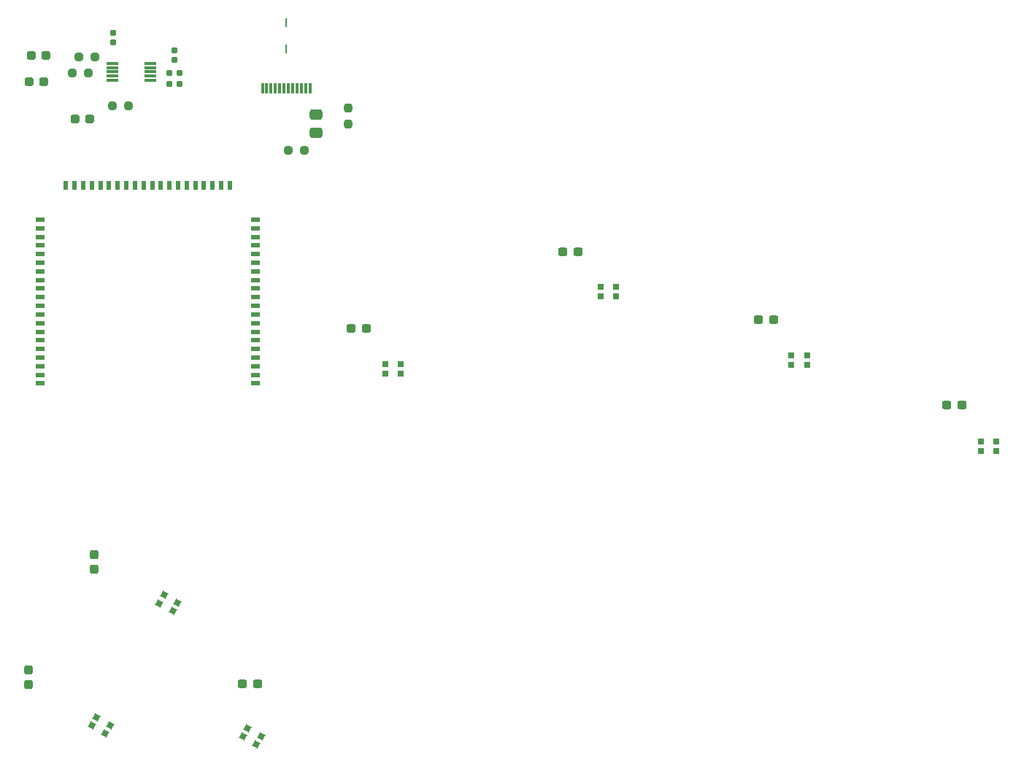
<source format=gbr>
%TF.GenerationSoftware,KiCad,Pcbnew,(5.99.0-9634-gb691c18bfc)*%
%TF.CreationDate,2021-03-09T21:57:38+01:00*%
%TF.ProjectId,keychordz,6b657963-686f-4726-947a-2e6b69636164,rev?*%
%TF.SameCoordinates,Original*%
%TF.FileFunction,Paste,Top*%
%TF.FilePolarity,Positive*%
%FSLAX46Y46*%
G04 Gerber Fmt 4.6, Leading zero omitted, Abs format (unit mm)*
G04 Created by KiCad (PCBNEW (5.99.0-9634-gb691c18bfc)) date 2021-03-09 21:57:38*
%MOMM*%
%LPD*%
G01*
G04 APERTURE LIST*
G04 Aperture macros list*
%AMRoundRect*
0 Rectangle with rounded corners*
0 $1 Rounding radius*
0 $2 $3 $4 $5 $6 $7 $8 $9 X,Y pos of 4 corners*
0 Add a 4 corners polygon primitive as box body*
4,1,4,$2,$3,$4,$5,$6,$7,$8,$9,$2,$3,0*
0 Add four circle primitives for the rounded corners*
1,1,$1+$1,$2,$3*
1,1,$1+$1,$4,$5*
1,1,$1+$1,$6,$7*
1,1,$1+$1,$8,$9*
0 Add four rect primitives between the rounded corners*
20,1,$1+$1,$2,$3,$4,$5,0*
20,1,$1+$1,$4,$5,$6,$7,0*
20,1,$1+$1,$6,$7,$8,$9,0*
20,1,$1+$1,$8,$9,$2,$3,0*%
%AMRotRect*
0 Rectangle, with rotation*
0 The origin of the aperture is its center*
0 $1 length*
0 $2 width*
0 $3 Rotation angle, in degrees counterclockwise*
0 Add horizontal line*
21,1,$1,$2,0,0,$3*%
G04 Aperture macros list end*
%ADD10R,0.300000X1.200000*%
%ADD11R,0.200000X1.000000*%
%ADD12RoundRect,0.237500X-0.250000X-0.237500X0.250000X-0.237500X0.250000X0.237500X-0.250000X0.237500X0*%
%ADD13R,0.700000X0.700000*%
%ADD14RoundRect,0.237500X0.287500X0.237500X-0.287500X0.237500X-0.287500X-0.237500X0.287500X-0.237500X0*%
%ADD15RotRect,0.700000X0.700000X330.000000*%
%ADD16R,1.000000X0.600000*%
%ADD17R,0.600000X1.000000*%
%ADD18RoundRect,0.237500X-0.237500X0.250000X-0.237500X-0.250000X0.237500X-0.250000X0.237500X0.250000X0*%
%ADD19RoundRect,0.160000X0.197500X0.160000X-0.197500X0.160000X-0.197500X-0.160000X0.197500X-0.160000X0*%
%ADD20RoundRect,0.237500X-0.300000X-0.237500X0.300000X-0.237500X0.300000X0.237500X-0.300000X0.237500X0*%
%ADD21RoundRect,0.250000X-0.475000X0.337500X-0.475000X-0.337500X0.475000X-0.337500X0.475000X0.337500X0*%
%ADD22RoundRect,0.160000X-0.197500X-0.160000X0.197500X-0.160000X0.197500X0.160000X-0.197500X0.160000X0*%
%ADD23R,1.400000X0.300000*%
%ADD24RoundRect,0.237500X0.237500X-0.300000X0.237500X0.300000X-0.237500X0.300000X-0.237500X-0.300000X0*%
%ADD25RoundRect,0.155000X0.155000X-0.212500X0.155000X0.212500X-0.155000X0.212500X-0.155000X-0.212500X0*%
%ADD26RoundRect,0.237500X-0.237500X0.300000X-0.237500X-0.300000X0.237500X-0.300000X0.237500X0.300000X0*%
G04 APERTURE END LIST*
D10*
%TO.C,J1*%
X49486000Y-23380000D03*
X48986000Y-23380000D03*
X48486000Y-23380000D03*
X47986000Y-23380000D03*
X47486000Y-23380000D03*
X46986000Y-23380000D03*
X46486000Y-23380000D03*
X45986000Y-23380000D03*
X45486000Y-23380000D03*
X44986000Y-23380000D03*
X44486000Y-23380000D03*
X43986000Y-23380000D03*
D11*
X46736000Y-18800000D03*
X46736000Y-15700000D03*
%TD*%
D12*
%TO.C,R3*%
X47001500Y-30530000D03*
X48826500Y-30530000D03*
%TD*%
D13*
%TO.C,D8*%
X83185000Y-47525000D03*
X85015000Y-47525000D03*
X85015000Y-46425000D03*
X83185000Y-46425000D03*
%TD*%
D14*
%TO.C,D1*%
X18647000Y-22566000D03*
X16897000Y-22566000D03*
%TD*%
%TO.C,D3*%
X23981000Y-26884000D03*
X22231000Y-26884000D03*
%TD*%
D15*
%TO.C,D4*%
X24186587Y-97300814D03*
X25771413Y-98215814D03*
X26321413Y-97263186D03*
X24736587Y-96348186D03*
%TD*%
D16*
%TO.C,U1*%
X43200000Y-56600000D03*
X43200000Y-54600000D03*
X43200000Y-55600000D03*
X18200000Y-55600000D03*
X18200000Y-53600000D03*
X18200000Y-50600000D03*
X18200000Y-41600000D03*
D17*
X37200000Y-34600000D03*
X35200000Y-34600000D03*
D16*
X18200000Y-39600000D03*
D17*
X33200000Y-34600000D03*
X26200000Y-34600000D03*
X24200000Y-34600000D03*
X22200000Y-34600000D03*
D16*
X18200000Y-40600000D03*
X43200000Y-39600000D03*
D17*
X40200000Y-34600000D03*
X39200000Y-34600000D03*
X38200000Y-34600000D03*
X36200000Y-34600000D03*
X34200000Y-34600000D03*
X27200000Y-34600000D03*
X25200000Y-34600000D03*
X23200000Y-34600000D03*
X21200000Y-34600000D03*
X31200000Y-34600000D03*
D16*
X43200000Y-57600000D03*
X18200000Y-38600000D03*
D17*
X30200000Y-34600000D03*
D16*
X43200000Y-52600000D03*
X43200000Y-38600000D03*
X18200000Y-48600000D03*
X43200000Y-53600000D03*
X18200000Y-57600000D03*
X18200000Y-56600000D03*
X18200000Y-54600000D03*
X18200000Y-52600000D03*
X18200000Y-51600000D03*
X43200000Y-50600000D03*
X43200000Y-49600000D03*
X43200000Y-48600000D03*
X18200000Y-49600000D03*
X43200000Y-47600000D03*
X43200000Y-46600000D03*
X18200000Y-47600000D03*
X43200000Y-45600000D03*
X43200000Y-44600000D03*
X43200000Y-43600000D03*
X18200000Y-46600000D03*
X43200000Y-42600000D03*
X18200000Y-45600000D03*
X43200000Y-40600000D03*
X18200000Y-44600000D03*
X43200000Y-41600000D03*
X18200000Y-43600000D03*
X18200000Y-42600000D03*
X43200000Y-51600000D03*
D17*
X28200000Y-34600000D03*
X32200000Y-34600000D03*
X29200000Y-34600000D03*
%TD*%
D18*
%TO.C,R4*%
X53900000Y-25687500D03*
X53900000Y-27512500D03*
%TD*%
D15*
%TO.C,D5*%
X41712587Y-98570814D03*
X43297413Y-99485814D03*
X43847413Y-98533186D03*
X42262587Y-97618186D03*
%TD*%
D12*
%TO.C,R7*%
X26615000Y-25360000D03*
X28440000Y-25360000D03*
%TD*%
D19*
%TO.C,R6*%
X34371500Y-22820000D03*
X33176500Y-22820000D03*
%TD*%
D20*
%TO.C,C29*%
X101551500Y-50235000D03*
X103276500Y-50235000D03*
%TD*%
%TO.C,C30*%
X123395500Y-60141000D03*
X125120500Y-60141000D03*
%TD*%
D21*
%TO.C,C22*%
X50200000Y-26444500D03*
X50200000Y-28519500D03*
%TD*%
D22*
%TO.C,R5*%
X33176500Y-21550000D03*
X34371500Y-21550000D03*
%TD*%
D12*
%TO.C,R1*%
X21939500Y-21550000D03*
X23764500Y-21550000D03*
%TD*%
D20*
%TO.C,C28*%
X78845000Y-42361000D03*
X80570000Y-42361000D03*
%TD*%
D23*
%TO.C,IC1*%
X26594000Y-20450000D03*
X26594000Y-20950000D03*
X26594000Y-21450000D03*
X26594000Y-21950000D03*
X26594000Y-22450000D03*
X30994000Y-22450000D03*
X30994000Y-21950000D03*
X30994000Y-21450000D03*
X30994000Y-20950000D03*
X30994000Y-20450000D03*
%TD*%
D20*
%TO.C,C27*%
X54307500Y-51251000D03*
X56032500Y-51251000D03*
%TD*%
D15*
%TO.C,D6*%
X32009174Y-83095628D03*
X33594000Y-84010628D03*
X34144000Y-83058000D03*
X32559174Y-82143000D03*
%TD*%
D14*
%TO.C,D2*%
X18901000Y-19518000D03*
X17151000Y-19518000D03*
%TD*%
D24*
%TO.C,C4*%
X16872000Y-92556500D03*
X16872000Y-90831500D03*
%TD*%
D25*
%TO.C,C23*%
X33774000Y-20085500D03*
X33774000Y-18950500D03*
%TD*%
D12*
%TO.C,R2*%
X22701500Y-19678000D03*
X24526500Y-19678000D03*
%TD*%
D13*
%TO.C,D10*%
X127307000Y-65480500D03*
X129137000Y-65480500D03*
X129137000Y-64380500D03*
X127307000Y-64380500D03*
%TD*%
D25*
%TO.C,C24*%
X26662000Y-18053500D03*
X26662000Y-16918500D03*
%TD*%
D26*
%TO.C,C26*%
X24492000Y-77470000D03*
X24492000Y-79195000D03*
%TD*%
D20*
%TO.C,C25*%
X41663500Y-92456000D03*
X43388500Y-92456000D03*
%TD*%
D13*
%TO.C,D7*%
X58219000Y-56463500D03*
X60049000Y-56463500D03*
X60049000Y-55363500D03*
X58219000Y-55363500D03*
%TD*%
%TO.C,D9*%
X105336000Y-55447500D03*
X107166000Y-55447500D03*
X107166000Y-54347500D03*
X105336000Y-54347500D03*
%TD*%
M02*

</source>
